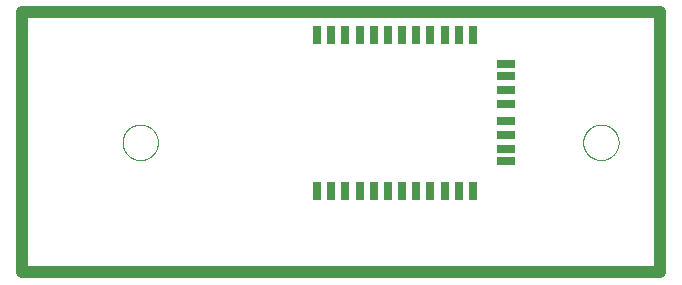
<source format=gbp>
G75*
%MOIN*%
%OFA0B0*%
%FSLAX25Y25*%
%IPPOS*%
%LPD*%
%AMOC8*
5,1,8,0,0,1.08239X$1,22.5*
%
%ADD10C,0.03937*%
%ADD11R,0.03150X0.06299*%
%ADD12R,0.06299X0.03150*%
%ADD13C,0.00000*%
D10*
X0002969Y0005657D02*
X0215567Y0005657D01*
X0215567Y0092272D01*
X0002969Y0092272D01*
X0002969Y0005657D01*
D11*
X0101276Y0032902D03*
X0106000Y0032902D03*
X0110724Y0032902D03*
X0115449Y0032902D03*
X0120173Y0032902D03*
X0124898Y0032902D03*
X0129622Y0032902D03*
X0134346Y0032902D03*
X0139071Y0032902D03*
X0143795Y0032902D03*
X0148520Y0032902D03*
X0153244Y0032902D03*
X0153244Y0084870D03*
X0148520Y0084870D03*
X0143795Y0084870D03*
X0139071Y0084870D03*
X0134346Y0084870D03*
X0129622Y0084870D03*
X0124898Y0084870D03*
X0120173Y0084870D03*
X0115449Y0084870D03*
X0110724Y0084870D03*
X0106000Y0084870D03*
X0101276Y0084870D03*
D12*
X0164268Y0075115D03*
X0164268Y0071091D03*
X0164268Y0066366D03*
X0164268Y0061642D03*
X0164268Y0056130D03*
X0164268Y0051406D03*
X0164268Y0046681D03*
X0164268Y0042657D03*
D13*
X0189976Y0048965D02*
X0189978Y0049118D01*
X0189984Y0049272D01*
X0189994Y0049425D01*
X0190008Y0049577D01*
X0190026Y0049730D01*
X0190048Y0049881D01*
X0190073Y0050032D01*
X0190103Y0050183D01*
X0190137Y0050333D01*
X0190174Y0050481D01*
X0190215Y0050629D01*
X0190260Y0050775D01*
X0190309Y0050921D01*
X0190362Y0051065D01*
X0190418Y0051207D01*
X0190478Y0051348D01*
X0190542Y0051488D01*
X0190609Y0051626D01*
X0190680Y0051762D01*
X0190755Y0051896D01*
X0190832Y0052028D01*
X0190914Y0052158D01*
X0190998Y0052286D01*
X0191086Y0052412D01*
X0191177Y0052535D01*
X0191271Y0052656D01*
X0191369Y0052774D01*
X0191469Y0052890D01*
X0191573Y0053003D01*
X0191679Y0053114D01*
X0191788Y0053222D01*
X0191900Y0053327D01*
X0192014Y0053428D01*
X0192132Y0053527D01*
X0192251Y0053623D01*
X0192373Y0053716D01*
X0192498Y0053805D01*
X0192625Y0053892D01*
X0192754Y0053974D01*
X0192885Y0054054D01*
X0193018Y0054130D01*
X0193153Y0054203D01*
X0193290Y0054272D01*
X0193429Y0054337D01*
X0193569Y0054399D01*
X0193711Y0054457D01*
X0193854Y0054512D01*
X0193999Y0054563D01*
X0194145Y0054610D01*
X0194292Y0054653D01*
X0194440Y0054692D01*
X0194589Y0054728D01*
X0194739Y0054759D01*
X0194890Y0054787D01*
X0195041Y0054811D01*
X0195194Y0054831D01*
X0195346Y0054847D01*
X0195499Y0054859D01*
X0195652Y0054867D01*
X0195805Y0054871D01*
X0195959Y0054871D01*
X0196112Y0054867D01*
X0196265Y0054859D01*
X0196418Y0054847D01*
X0196570Y0054831D01*
X0196723Y0054811D01*
X0196874Y0054787D01*
X0197025Y0054759D01*
X0197175Y0054728D01*
X0197324Y0054692D01*
X0197472Y0054653D01*
X0197619Y0054610D01*
X0197765Y0054563D01*
X0197910Y0054512D01*
X0198053Y0054457D01*
X0198195Y0054399D01*
X0198335Y0054337D01*
X0198474Y0054272D01*
X0198611Y0054203D01*
X0198746Y0054130D01*
X0198879Y0054054D01*
X0199010Y0053974D01*
X0199139Y0053892D01*
X0199266Y0053805D01*
X0199391Y0053716D01*
X0199513Y0053623D01*
X0199632Y0053527D01*
X0199750Y0053428D01*
X0199864Y0053327D01*
X0199976Y0053222D01*
X0200085Y0053114D01*
X0200191Y0053003D01*
X0200295Y0052890D01*
X0200395Y0052774D01*
X0200493Y0052656D01*
X0200587Y0052535D01*
X0200678Y0052412D01*
X0200766Y0052286D01*
X0200850Y0052158D01*
X0200932Y0052028D01*
X0201009Y0051896D01*
X0201084Y0051762D01*
X0201155Y0051626D01*
X0201222Y0051488D01*
X0201286Y0051348D01*
X0201346Y0051207D01*
X0201402Y0051065D01*
X0201455Y0050921D01*
X0201504Y0050775D01*
X0201549Y0050629D01*
X0201590Y0050481D01*
X0201627Y0050333D01*
X0201661Y0050183D01*
X0201691Y0050032D01*
X0201716Y0049881D01*
X0201738Y0049730D01*
X0201756Y0049577D01*
X0201770Y0049425D01*
X0201780Y0049272D01*
X0201786Y0049118D01*
X0201788Y0048965D01*
X0201786Y0048812D01*
X0201780Y0048658D01*
X0201770Y0048505D01*
X0201756Y0048353D01*
X0201738Y0048200D01*
X0201716Y0048049D01*
X0201691Y0047898D01*
X0201661Y0047747D01*
X0201627Y0047597D01*
X0201590Y0047449D01*
X0201549Y0047301D01*
X0201504Y0047155D01*
X0201455Y0047009D01*
X0201402Y0046865D01*
X0201346Y0046723D01*
X0201286Y0046582D01*
X0201222Y0046442D01*
X0201155Y0046304D01*
X0201084Y0046168D01*
X0201009Y0046034D01*
X0200932Y0045902D01*
X0200850Y0045772D01*
X0200766Y0045644D01*
X0200678Y0045518D01*
X0200587Y0045395D01*
X0200493Y0045274D01*
X0200395Y0045156D01*
X0200295Y0045040D01*
X0200191Y0044927D01*
X0200085Y0044816D01*
X0199976Y0044708D01*
X0199864Y0044603D01*
X0199750Y0044502D01*
X0199632Y0044403D01*
X0199513Y0044307D01*
X0199391Y0044214D01*
X0199266Y0044125D01*
X0199139Y0044038D01*
X0199010Y0043956D01*
X0198879Y0043876D01*
X0198746Y0043800D01*
X0198611Y0043727D01*
X0198474Y0043658D01*
X0198335Y0043593D01*
X0198195Y0043531D01*
X0198053Y0043473D01*
X0197910Y0043418D01*
X0197765Y0043367D01*
X0197619Y0043320D01*
X0197472Y0043277D01*
X0197324Y0043238D01*
X0197175Y0043202D01*
X0197025Y0043171D01*
X0196874Y0043143D01*
X0196723Y0043119D01*
X0196570Y0043099D01*
X0196418Y0043083D01*
X0196265Y0043071D01*
X0196112Y0043063D01*
X0195959Y0043059D01*
X0195805Y0043059D01*
X0195652Y0043063D01*
X0195499Y0043071D01*
X0195346Y0043083D01*
X0195194Y0043099D01*
X0195041Y0043119D01*
X0194890Y0043143D01*
X0194739Y0043171D01*
X0194589Y0043202D01*
X0194440Y0043238D01*
X0194292Y0043277D01*
X0194145Y0043320D01*
X0193999Y0043367D01*
X0193854Y0043418D01*
X0193711Y0043473D01*
X0193569Y0043531D01*
X0193429Y0043593D01*
X0193290Y0043658D01*
X0193153Y0043727D01*
X0193018Y0043800D01*
X0192885Y0043876D01*
X0192754Y0043956D01*
X0192625Y0044038D01*
X0192498Y0044125D01*
X0192373Y0044214D01*
X0192251Y0044307D01*
X0192132Y0044403D01*
X0192014Y0044502D01*
X0191900Y0044603D01*
X0191788Y0044708D01*
X0191679Y0044816D01*
X0191573Y0044927D01*
X0191469Y0045040D01*
X0191369Y0045156D01*
X0191271Y0045274D01*
X0191177Y0045395D01*
X0191086Y0045518D01*
X0190998Y0045644D01*
X0190914Y0045772D01*
X0190832Y0045902D01*
X0190755Y0046034D01*
X0190680Y0046168D01*
X0190609Y0046304D01*
X0190542Y0046442D01*
X0190478Y0046582D01*
X0190418Y0046723D01*
X0190362Y0046865D01*
X0190309Y0047009D01*
X0190260Y0047155D01*
X0190215Y0047301D01*
X0190174Y0047449D01*
X0190137Y0047597D01*
X0190103Y0047747D01*
X0190073Y0047898D01*
X0190048Y0048049D01*
X0190026Y0048200D01*
X0190008Y0048353D01*
X0189994Y0048505D01*
X0189984Y0048658D01*
X0189978Y0048812D01*
X0189976Y0048965D01*
X0036433Y0048965D02*
X0036435Y0049118D01*
X0036441Y0049272D01*
X0036451Y0049425D01*
X0036465Y0049577D01*
X0036483Y0049730D01*
X0036505Y0049881D01*
X0036530Y0050032D01*
X0036560Y0050183D01*
X0036594Y0050333D01*
X0036631Y0050481D01*
X0036672Y0050629D01*
X0036717Y0050775D01*
X0036766Y0050921D01*
X0036819Y0051065D01*
X0036875Y0051207D01*
X0036935Y0051348D01*
X0036999Y0051488D01*
X0037066Y0051626D01*
X0037137Y0051762D01*
X0037212Y0051896D01*
X0037289Y0052028D01*
X0037371Y0052158D01*
X0037455Y0052286D01*
X0037543Y0052412D01*
X0037634Y0052535D01*
X0037728Y0052656D01*
X0037826Y0052774D01*
X0037926Y0052890D01*
X0038030Y0053003D01*
X0038136Y0053114D01*
X0038245Y0053222D01*
X0038357Y0053327D01*
X0038471Y0053428D01*
X0038589Y0053527D01*
X0038708Y0053623D01*
X0038830Y0053716D01*
X0038955Y0053805D01*
X0039082Y0053892D01*
X0039211Y0053974D01*
X0039342Y0054054D01*
X0039475Y0054130D01*
X0039610Y0054203D01*
X0039747Y0054272D01*
X0039886Y0054337D01*
X0040026Y0054399D01*
X0040168Y0054457D01*
X0040311Y0054512D01*
X0040456Y0054563D01*
X0040602Y0054610D01*
X0040749Y0054653D01*
X0040897Y0054692D01*
X0041046Y0054728D01*
X0041196Y0054759D01*
X0041347Y0054787D01*
X0041498Y0054811D01*
X0041651Y0054831D01*
X0041803Y0054847D01*
X0041956Y0054859D01*
X0042109Y0054867D01*
X0042262Y0054871D01*
X0042416Y0054871D01*
X0042569Y0054867D01*
X0042722Y0054859D01*
X0042875Y0054847D01*
X0043027Y0054831D01*
X0043180Y0054811D01*
X0043331Y0054787D01*
X0043482Y0054759D01*
X0043632Y0054728D01*
X0043781Y0054692D01*
X0043929Y0054653D01*
X0044076Y0054610D01*
X0044222Y0054563D01*
X0044367Y0054512D01*
X0044510Y0054457D01*
X0044652Y0054399D01*
X0044792Y0054337D01*
X0044931Y0054272D01*
X0045068Y0054203D01*
X0045203Y0054130D01*
X0045336Y0054054D01*
X0045467Y0053974D01*
X0045596Y0053892D01*
X0045723Y0053805D01*
X0045848Y0053716D01*
X0045970Y0053623D01*
X0046089Y0053527D01*
X0046207Y0053428D01*
X0046321Y0053327D01*
X0046433Y0053222D01*
X0046542Y0053114D01*
X0046648Y0053003D01*
X0046752Y0052890D01*
X0046852Y0052774D01*
X0046950Y0052656D01*
X0047044Y0052535D01*
X0047135Y0052412D01*
X0047223Y0052286D01*
X0047307Y0052158D01*
X0047389Y0052028D01*
X0047466Y0051896D01*
X0047541Y0051762D01*
X0047612Y0051626D01*
X0047679Y0051488D01*
X0047743Y0051348D01*
X0047803Y0051207D01*
X0047859Y0051065D01*
X0047912Y0050921D01*
X0047961Y0050775D01*
X0048006Y0050629D01*
X0048047Y0050481D01*
X0048084Y0050333D01*
X0048118Y0050183D01*
X0048148Y0050032D01*
X0048173Y0049881D01*
X0048195Y0049730D01*
X0048213Y0049577D01*
X0048227Y0049425D01*
X0048237Y0049272D01*
X0048243Y0049118D01*
X0048245Y0048965D01*
X0048243Y0048812D01*
X0048237Y0048658D01*
X0048227Y0048505D01*
X0048213Y0048353D01*
X0048195Y0048200D01*
X0048173Y0048049D01*
X0048148Y0047898D01*
X0048118Y0047747D01*
X0048084Y0047597D01*
X0048047Y0047449D01*
X0048006Y0047301D01*
X0047961Y0047155D01*
X0047912Y0047009D01*
X0047859Y0046865D01*
X0047803Y0046723D01*
X0047743Y0046582D01*
X0047679Y0046442D01*
X0047612Y0046304D01*
X0047541Y0046168D01*
X0047466Y0046034D01*
X0047389Y0045902D01*
X0047307Y0045772D01*
X0047223Y0045644D01*
X0047135Y0045518D01*
X0047044Y0045395D01*
X0046950Y0045274D01*
X0046852Y0045156D01*
X0046752Y0045040D01*
X0046648Y0044927D01*
X0046542Y0044816D01*
X0046433Y0044708D01*
X0046321Y0044603D01*
X0046207Y0044502D01*
X0046089Y0044403D01*
X0045970Y0044307D01*
X0045848Y0044214D01*
X0045723Y0044125D01*
X0045596Y0044038D01*
X0045467Y0043956D01*
X0045336Y0043876D01*
X0045203Y0043800D01*
X0045068Y0043727D01*
X0044931Y0043658D01*
X0044792Y0043593D01*
X0044652Y0043531D01*
X0044510Y0043473D01*
X0044367Y0043418D01*
X0044222Y0043367D01*
X0044076Y0043320D01*
X0043929Y0043277D01*
X0043781Y0043238D01*
X0043632Y0043202D01*
X0043482Y0043171D01*
X0043331Y0043143D01*
X0043180Y0043119D01*
X0043027Y0043099D01*
X0042875Y0043083D01*
X0042722Y0043071D01*
X0042569Y0043063D01*
X0042416Y0043059D01*
X0042262Y0043059D01*
X0042109Y0043063D01*
X0041956Y0043071D01*
X0041803Y0043083D01*
X0041651Y0043099D01*
X0041498Y0043119D01*
X0041347Y0043143D01*
X0041196Y0043171D01*
X0041046Y0043202D01*
X0040897Y0043238D01*
X0040749Y0043277D01*
X0040602Y0043320D01*
X0040456Y0043367D01*
X0040311Y0043418D01*
X0040168Y0043473D01*
X0040026Y0043531D01*
X0039886Y0043593D01*
X0039747Y0043658D01*
X0039610Y0043727D01*
X0039475Y0043800D01*
X0039342Y0043876D01*
X0039211Y0043956D01*
X0039082Y0044038D01*
X0038955Y0044125D01*
X0038830Y0044214D01*
X0038708Y0044307D01*
X0038589Y0044403D01*
X0038471Y0044502D01*
X0038357Y0044603D01*
X0038245Y0044708D01*
X0038136Y0044816D01*
X0038030Y0044927D01*
X0037926Y0045040D01*
X0037826Y0045156D01*
X0037728Y0045274D01*
X0037634Y0045395D01*
X0037543Y0045518D01*
X0037455Y0045644D01*
X0037371Y0045772D01*
X0037289Y0045902D01*
X0037212Y0046034D01*
X0037137Y0046168D01*
X0037066Y0046304D01*
X0036999Y0046442D01*
X0036935Y0046582D01*
X0036875Y0046723D01*
X0036819Y0046865D01*
X0036766Y0047009D01*
X0036717Y0047155D01*
X0036672Y0047301D01*
X0036631Y0047449D01*
X0036594Y0047597D01*
X0036560Y0047747D01*
X0036530Y0047898D01*
X0036505Y0048049D01*
X0036483Y0048200D01*
X0036465Y0048353D01*
X0036451Y0048505D01*
X0036441Y0048658D01*
X0036435Y0048812D01*
X0036433Y0048965D01*
M02*

</source>
